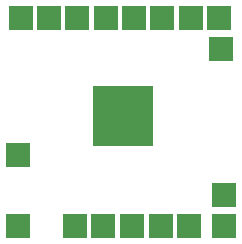
<source format=gbs>
G04*
G04 #@! TF.GenerationSoftware,Altium Limited,Altium Designer,25.0.2 (28)*
G04*
G04 Layer_Color=16711935*
%FSLAX44Y44*%
%MOMM*%
G71*
G04*
G04 #@! TF.SameCoordinates,45B9F587-651D-48FE-9BFB-3449DA8E954A*
G04*
G04*
G04 #@! TF.FilePolarity,Negative*
G04*
G01*
G75*
%ADD27R,2.1000X2.1000*%
%ADD42R,5.1000X5.1000*%
D27*
X133308Y12453D02*
D03*
X12776D02*
D03*
X12975Y72757D02*
D03*
X60791Y12453D02*
D03*
X84963D02*
D03*
X109135D02*
D03*
X157480D02*
D03*
X186740D02*
D03*
X186896Y38159D02*
D03*
X184084Y161816D02*
D03*
X182775Y188203D02*
D03*
X158809D02*
D03*
X134842D02*
D03*
X110652Y188483D02*
D03*
X86909Y188203D02*
D03*
X62942D02*
D03*
X38975D02*
D03*
X15008D02*
D03*
D42*
X101600Y105410D02*
D03*
M02*

</source>
